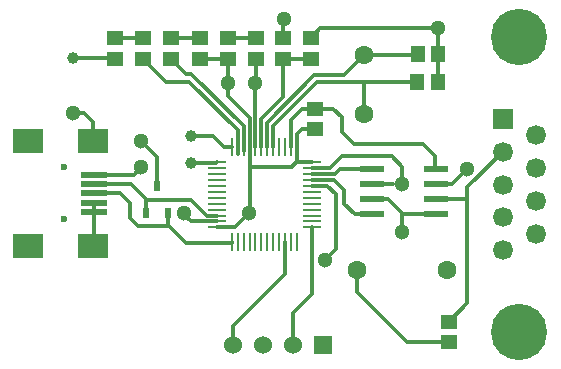
<source format=gtl>
G04 Layer_Physical_Order=1*
G04 Layer_Color=16776960*
%FSLAX25Y25*%
%MOIN*%
G70*
G01*
G75*
%ADD10R,0.07874X0.02362*%
%ADD11R,0.05315X0.04528*%
%ADD12R,0.04528X0.05315*%
%ADD13R,0.02362X0.03543*%
%ADD14R,0.09842X0.07874*%
%ADD15R,0.09055X0.01968*%
%ADD16O,0.06102X0.00984*%
%ADD17O,0.00984X0.06102*%
%ADD18C,0.01181*%
%ADD19C,0.06299*%
%ADD20C,0.03937*%
%ADD21C,0.06653*%
%ADD22R,0.06653X0.06653*%
%ADD23C,0.18740*%
%ADD24C,0.06000*%
%ADD25R,0.06000X0.06000*%
%ADD26C,0.02362*%
%ADD27C,0.05118*%
D10*
X307874Y202658D02*
D03*
Y212657D02*
D03*
Y197658D02*
D03*
Y207658D02*
D03*
X286614Y202658D02*
D03*
Y207658D02*
D03*
Y197658D02*
D03*
Y212657D02*
D03*
D11*
X312205Y161811D02*
D03*
Y154921D02*
D03*
X266142Y249410D02*
D03*
Y256299D02*
D03*
X257087Y249311D02*
D03*
Y256201D02*
D03*
X229095Y249311D02*
D03*
Y256201D02*
D03*
X219724Y249311D02*
D03*
Y256201D02*
D03*
X247835Y249311D02*
D03*
Y256201D02*
D03*
X238464Y249311D02*
D03*
Y256201D02*
D03*
X200984Y249311D02*
D03*
Y256201D02*
D03*
X210354Y249311D02*
D03*
Y256201D02*
D03*
X267717Y232776D02*
D03*
Y225886D02*
D03*
D12*
X301673Y241634D02*
D03*
X308563D02*
D03*
X301772Y250886D02*
D03*
X308661D02*
D03*
D13*
X214961Y206890D02*
D03*
X218701Y197835D02*
D03*
X211221D02*
D03*
D14*
X171968Y186980D02*
D03*
Y222020D02*
D03*
X193622D02*
D03*
Y186980D02*
D03*
D15*
X194016Y210799D02*
D03*
Y207650D02*
D03*
Y204500D02*
D03*
Y201351D02*
D03*
Y198201D02*
D03*
D16*
X266535Y214862D02*
D03*
Y212894D02*
D03*
Y210925D02*
D03*
Y208957D02*
D03*
Y206988D02*
D03*
Y205020D02*
D03*
Y203051D02*
D03*
Y201083D02*
D03*
Y199114D02*
D03*
Y197146D02*
D03*
Y195177D02*
D03*
Y193209D02*
D03*
X234842D02*
D03*
Y195177D02*
D03*
Y197146D02*
D03*
Y199114D02*
D03*
Y201083D02*
D03*
Y203051D02*
D03*
Y205020D02*
D03*
Y206988D02*
D03*
Y208957D02*
D03*
Y210925D02*
D03*
Y212894D02*
D03*
Y214862D02*
D03*
D17*
X261516Y188189D02*
D03*
X259547D02*
D03*
X257579D02*
D03*
X255610D02*
D03*
X253642D02*
D03*
X251673D02*
D03*
X249705D02*
D03*
X247736D02*
D03*
X245768D02*
D03*
X243799D02*
D03*
X241831D02*
D03*
X239862D02*
D03*
Y219882D02*
D03*
X241831D02*
D03*
X243799D02*
D03*
X245768D02*
D03*
X247736D02*
D03*
X249705D02*
D03*
X251673D02*
D03*
X253642D02*
D03*
X255610D02*
D03*
X257579D02*
D03*
X259547D02*
D03*
X261516D02*
D03*
D18*
X238464Y236929D02*
Y249311D01*
X240846Y193209D02*
X245571Y197933D01*
X273917Y208957D02*
X277362Y205512D01*
Y201083D02*
Y205512D01*
Y201083D02*
X280787Y197658D01*
X266535Y208957D02*
X273917D01*
X280787Y197658D02*
X286614D01*
X257579Y177559D02*
Y188189D01*
X240335Y160315D02*
X257579Y177559D01*
X240335Y153937D02*
Y160315D01*
X260335Y164764D02*
X266535Y170965D01*
X260335Y153937D02*
Y164764D01*
X224016Y197343D02*
Y197933D01*
X286614Y207658D02*
X293524D01*
X286614Y202658D02*
X291831D01*
X266535Y210925D02*
X274213D01*
X275945Y212657D01*
X286614D01*
X224465Y188134D02*
X239807D01*
X218701Y193898D02*
X224465Y188134D01*
X239807D02*
X239862Y188189D01*
X231607Y197146D02*
X234842D01*
X226391Y202362D02*
X231607Y197146D01*
X211417Y202362D02*
X226391D01*
X257087Y249311D02*
X257185Y249410D01*
X266142D01*
X200787Y249508D02*
X200984Y249311D01*
X186909Y249508D02*
X200787D01*
X234744Y214764D02*
X234842Y214862D01*
X226378Y214764D02*
X234744D01*
X237106Y219882D02*
X239862D01*
X233465Y223524D02*
X237106Y219882D01*
X226279Y223524D02*
X233465D01*
X200984Y256201D02*
X210354D01*
X219724D02*
X229095D01*
X238464D02*
X247835D01*
X241831Y217773D02*
X241880Y217724D01*
X210354Y249311D02*
X218032Y241634D01*
X219724Y249311D02*
X224646Y244390D01*
X229095Y249311D02*
X238464D01*
X247736Y219882D02*
Y235728D01*
X206157Y207622D02*
X211221Y202559D01*
X194044Y207622D02*
X206157D01*
X194016Y207650D02*
X194044Y207622D01*
X194016Y198201D02*
Y201351D01*
X218701Y197835D02*
Y198228D01*
Y193898D02*
Y197835D01*
Y193701D02*
Y193898D01*
X208661Y193701D02*
X218701D01*
X205906Y196457D02*
X208661Y193701D01*
X205906Y196457D02*
Y201181D01*
X202586Y204500D02*
X205906Y201181D01*
X194016Y204500D02*
X202586D01*
X211221Y202559D02*
X211417Y202362D01*
X211221Y198228D02*
Y202559D01*
X261516Y214961D02*
Y219882D01*
X261417Y214862D02*
X261516Y214961D01*
X261417Y214862D02*
X266535D01*
X259941Y213386D02*
X261417Y214862D01*
X245768Y213386D02*
Y219882D01*
X245768Y219882D02*
X245768Y219882D01*
X245768Y213386D02*
X245768Y213386D01*
X245768Y213386D02*
X259941D01*
X234842Y193209D02*
X240846D01*
X245571Y197835D02*
Y197933D01*
X277165Y243898D02*
X283858Y250590D01*
X249705Y224557D02*
X249705Y224557D01*
X249705Y219882D02*
Y224557D01*
X266535Y206988D02*
X271752D01*
X274508Y204232D01*
Y186024D02*
Y204232D01*
X270768Y182283D02*
X274508Y186024D01*
X266535Y170965D02*
Y193209D01*
X186909Y249508D02*
X186909Y249508D01*
X283858Y230906D02*
Y241535D01*
X283760Y241634D02*
X283858Y241535D01*
X224016Y197343D02*
X226181Y195177D01*
X234842D01*
X263386Y232776D02*
X267717D01*
X259547Y228937D02*
X263386Y232776D01*
X259547Y219882D02*
Y228937D01*
X261516Y219882D02*
Y224213D01*
X263189Y225886D01*
X267717D01*
X307579Y212953D02*
X307874Y212657D01*
X307579Y212953D02*
Y216831D01*
X303445Y220965D02*
X307579Y216831D01*
X280709Y220965D02*
X303445D01*
X276673Y225000D02*
X280709Y220965D01*
X276673Y225000D02*
Y229823D01*
X273721Y232776D02*
X276673Y229823D01*
X267717Y232776D02*
X273721D01*
X247835Y241338D02*
Y249311D01*
X247736Y241240D02*
X247835Y241338D01*
X247736Y235728D02*
Y241240D01*
Y235728D02*
X247736Y235728D01*
X312205Y161811D02*
X318406Y168012D01*
X307874Y202658D02*
X318406D01*
Y168012D02*
Y202658D01*
X298130Y154921D02*
X312205D01*
X281555Y171496D02*
X298130Y154921D01*
X281555Y171496D02*
Y178839D01*
X313169Y207658D02*
X318307Y212795D01*
X307874Y207658D02*
X313169D01*
X318406Y202658D02*
Y206653D01*
X283760Y241634D02*
X300787D01*
X301772Y250000D02*
Y250590D01*
Y250886D01*
X308661Y241732D02*
Y250886D01*
X308563Y241634D02*
X308661Y241732D01*
Y250886D02*
Y259547D01*
X266535Y212894D02*
X272441D01*
X276575Y217028D01*
X293209D01*
X296752Y213484D01*
Y207579D02*
Y213484D01*
X194016Y187374D02*
Y198201D01*
X193622Y186980D02*
X194016Y187374D01*
X257087Y256201D02*
Y262697D01*
X257185Y262795D01*
X218032Y241634D02*
X225689D01*
X241831Y225492D01*
Y219882D02*
Y225492D01*
X224646Y244390D02*
X226378D01*
X243799Y226969D01*
Y219882D02*
Y226969D01*
X245768Y219882D02*
Y229626D01*
X253642Y219882D02*
Y226870D01*
X268406Y241634D01*
X283760D01*
X251673Y219882D02*
Y228150D01*
X267421Y243898D01*
X277165D01*
X249705Y224557D02*
Y229331D01*
X257087Y236713D01*
Y249311D01*
X238464Y236929D02*
X245768Y229626D01*
Y198031D02*
Y213386D01*
X245571Y197835D02*
X245768Y198031D01*
X193622Y222020D02*
Y228228D01*
X190551Y231299D02*
X193622Y228228D01*
X187500Y231299D02*
X190551D01*
X283858Y250590D02*
X301772D01*
X241831Y217773D02*
Y225295D01*
X243799Y218588D02*
Y226969D01*
X300787Y241634D02*
X301772Y240650D01*
X209744Y221949D02*
X214961Y216732D01*
Y206890D02*
Y216732D01*
X194016Y210799D02*
X207256D01*
X209744Y213287D01*
X266142Y256299D02*
X269390Y259547D01*
X308661D01*
X318406Y206653D02*
X330138Y218386D01*
X291831Y202658D02*
X296831Y197658D01*
X307874D01*
X296752Y191535D02*
Y197579D01*
X296831Y197658D01*
D19*
X281555Y178839D02*
D03*
X311555D02*
D03*
X283858Y250590D02*
D03*
Y230906D02*
D03*
D20*
X186909Y249508D02*
D03*
X226378Y214764D02*
D03*
X226279Y223524D02*
D03*
D21*
X330138Y185669D02*
D03*
X341319Y191122D02*
D03*
X330138Y196575D02*
D03*
X341319Y202028D02*
D03*
X330138Y207480D02*
D03*
X341319Y212933D02*
D03*
X330138Y218386D02*
D03*
X341319Y223839D02*
D03*
D22*
X330138Y229291D02*
D03*
D23*
X335728Y256673D02*
D03*
Y158287D02*
D03*
D24*
X250335Y153937D02*
D03*
X260335D02*
D03*
X240335D02*
D03*
D25*
X270335D02*
D03*
D26*
X183780Y195839D02*
D03*
Y213161D02*
D03*
D27*
X224016Y197933D02*
D03*
X296752Y191535D02*
D03*
X245571Y197835D02*
D03*
X270768Y182283D02*
D03*
X209744Y213287D02*
D03*
X247736Y241240D02*
D03*
X209744Y221949D02*
D03*
X296752Y207579D02*
D03*
X318307Y212795D02*
D03*
X308661Y259547D02*
D03*
X257185Y262795D02*
D03*
X238484Y241240D02*
D03*
X186909Y231299D02*
D03*
M02*

</source>
